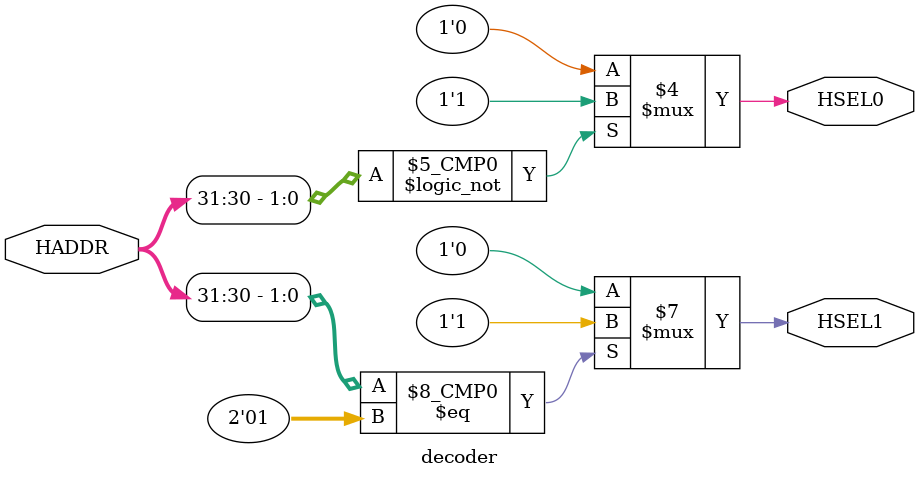
<source format=sv>
module decoder #( parameter ADDR_WIDTH = 32 ) 
(
input logic [ADDR_WIDTH-1:0] HADDR,
output logic HSEL0,
output logic HSEL1
);


always @(*) begin 	
	HSEL0 = 1'b0;
	HSEL1 = 1'b0;

	case (HADDR[31:30])
		2'b00: HSEL0 = 1'b1;
		2'b01: HSEL1 = 1'b1;
		default: begin
			HSEL0 = 1'b0;
			HSEL1 = 1'b0;
		end
	endcase	
end


endmodule
</source>
